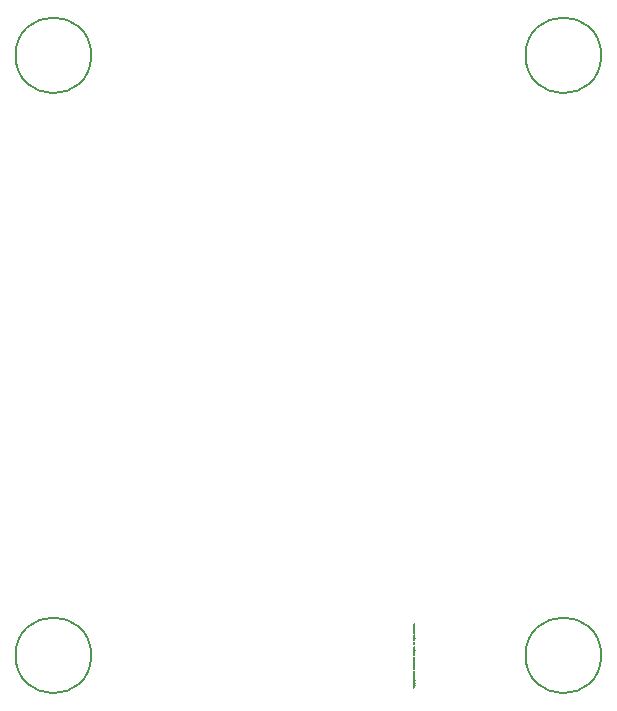
<source format=gbr>
%TF.GenerationSoftware,KiCad,Pcbnew,7.0.1-3b83917a11~172~ubuntu22.04.1*%
%TF.CreationDate,2023-04-12T15:56:53-05:00*%
%TF.ProjectId,load-resistors,6c6f6164-2d72-4657-9369-73746f72732e,rev?*%
%TF.SameCoordinates,Original*%
%TF.FileFunction,Other,Comment*%
%FSLAX46Y46*%
G04 Gerber Fmt 4.6, Leading zero omitted, Abs format (unit mm)*
G04 Created by KiCad (PCBNEW 7.0.1-3b83917a11~172~ubuntu22.04.1) date 2023-04-12 15:56:53*
%MOMM*%
%LPD*%
G01*
G04 APERTURE LIST*
%ADD10C,0.002000*%
%ADD11C,0.150000*%
G04 APERTURE END LIST*
D10*
%TO.C,R2*%
X200706657Y-119485833D02*
X200712705Y-119491881D01*
X200712705Y-119491881D02*
X200718752Y-119510023D01*
X200718752Y-119510023D02*
X200718752Y-119522119D01*
X200718752Y-119522119D02*
X200712705Y-119540262D01*
X200712705Y-119540262D02*
X200700609Y-119552357D01*
X200700609Y-119552357D02*
X200688514Y-119558404D01*
X200688514Y-119558404D02*
X200664324Y-119564452D01*
X200664324Y-119564452D02*
X200646181Y-119564452D01*
X200646181Y-119564452D02*
X200621990Y-119558404D01*
X200621990Y-119558404D02*
X200609895Y-119552357D01*
X200609895Y-119552357D02*
X200597800Y-119540262D01*
X200597800Y-119540262D02*
X200591752Y-119522119D01*
X200591752Y-119522119D02*
X200591752Y-119510023D01*
X200591752Y-119510023D02*
X200597800Y-119491881D01*
X200597800Y-119491881D02*
X200603847Y-119485833D01*
X200718752Y-119413262D02*
X200712705Y-119425357D01*
X200712705Y-119425357D02*
X200706657Y-119431404D01*
X200706657Y-119431404D02*
X200694562Y-119437452D01*
X200694562Y-119437452D02*
X200658276Y-119437452D01*
X200658276Y-119437452D02*
X200646181Y-119431404D01*
X200646181Y-119431404D02*
X200640133Y-119425357D01*
X200640133Y-119425357D02*
X200634085Y-119413262D01*
X200634085Y-119413262D02*
X200634085Y-119395119D01*
X200634085Y-119395119D02*
X200640133Y-119383023D01*
X200640133Y-119383023D02*
X200646181Y-119376976D01*
X200646181Y-119376976D02*
X200658276Y-119370928D01*
X200658276Y-119370928D02*
X200694562Y-119370928D01*
X200694562Y-119370928D02*
X200706657Y-119376976D01*
X200706657Y-119376976D02*
X200712705Y-119383023D01*
X200712705Y-119383023D02*
X200718752Y-119395119D01*
X200718752Y-119395119D02*
X200718752Y-119413262D01*
X200634085Y-119316499D02*
X200761085Y-119316499D01*
X200640133Y-119316499D02*
X200634085Y-119304404D01*
X200634085Y-119304404D02*
X200634085Y-119280214D01*
X200634085Y-119280214D02*
X200640133Y-119268118D01*
X200640133Y-119268118D02*
X200646181Y-119262071D01*
X200646181Y-119262071D02*
X200658276Y-119256023D01*
X200658276Y-119256023D02*
X200694562Y-119256023D01*
X200694562Y-119256023D02*
X200706657Y-119262071D01*
X200706657Y-119262071D02*
X200712705Y-119268118D01*
X200712705Y-119268118D02*
X200718752Y-119280214D01*
X200718752Y-119280214D02*
X200718752Y-119304404D01*
X200718752Y-119304404D02*
X200712705Y-119316499D01*
X200634085Y-119213690D02*
X200718752Y-119183452D01*
X200634085Y-119153213D02*
X200718752Y-119183452D01*
X200718752Y-119183452D02*
X200748990Y-119195547D01*
X200748990Y-119195547D02*
X200755038Y-119201594D01*
X200755038Y-119201594D02*
X200761085Y-119213690D01*
X200718752Y-119104832D02*
X200634085Y-119104832D01*
X200658276Y-119104832D02*
X200646181Y-119098785D01*
X200646181Y-119098785D02*
X200640133Y-119092737D01*
X200640133Y-119092737D02*
X200634085Y-119080642D01*
X200634085Y-119080642D02*
X200634085Y-119068547D01*
X200718752Y-119026213D02*
X200634085Y-119026213D01*
X200591752Y-119026213D02*
X200597800Y-119032261D01*
X200597800Y-119032261D02*
X200603847Y-119026213D01*
X200603847Y-119026213D02*
X200597800Y-119020166D01*
X200597800Y-119020166D02*
X200591752Y-119026213D01*
X200591752Y-119026213D02*
X200603847Y-119026213D01*
X200634085Y-118911309D02*
X200736895Y-118911309D01*
X200736895Y-118911309D02*
X200748990Y-118917356D01*
X200748990Y-118917356D02*
X200755038Y-118923404D01*
X200755038Y-118923404D02*
X200761085Y-118935499D01*
X200761085Y-118935499D02*
X200761085Y-118953642D01*
X200761085Y-118953642D02*
X200755038Y-118965737D01*
X200712705Y-118911309D02*
X200718752Y-118923404D01*
X200718752Y-118923404D02*
X200718752Y-118947595D01*
X200718752Y-118947595D02*
X200712705Y-118959690D01*
X200712705Y-118959690D02*
X200706657Y-118965737D01*
X200706657Y-118965737D02*
X200694562Y-118971785D01*
X200694562Y-118971785D02*
X200658276Y-118971785D01*
X200658276Y-118971785D02*
X200646181Y-118965737D01*
X200646181Y-118965737D02*
X200640133Y-118959690D01*
X200640133Y-118959690D02*
X200634085Y-118947595D01*
X200634085Y-118947595D02*
X200634085Y-118923404D01*
X200634085Y-118923404D02*
X200640133Y-118911309D01*
X200718752Y-118850832D02*
X200591752Y-118850832D01*
X200718752Y-118796404D02*
X200652228Y-118796404D01*
X200652228Y-118796404D02*
X200640133Y-118802451D01*
X200640133Y-118802451D02*
X200634085Y-118814547D01*
X200634085Y-118814547D02*
X200634085Y-118832690D01*
X200634085Y-118832690D02*
X200640133Y-118844785D01*
X200640133Y-118844785D02*
X200646181Y-118850832D01*
X200634085Y-118754070D02*
X200634085Y-118705689D01*
X200591752Y-118735927D02*
X200700609Y-118735927D01*
X200700609Y-118735927D02*
X200712705Y-118729880D01*
X200712705Y-118729880D02*
X200718752Y-118717785D01*
X200718752Y-118717785D02*
X200718752Y-118705689D01*
X200603847Y-118572642D02*
X200597800Y-118566594D01*
X200597800Y-118566594D02*
X200591752Y-118554499D01*
X200591752Y-118554499D02*
X200591752Y-118524261D01*
X200591752Y-118524261D02*
X200597800Y-118512166D01*
X200597800Y-118512166D02*
X200603847Y-118506118D01*
X200603847Y-118506118D02*
X200615943Y-118500071D01*
X200615943Y-118500071D02*
X200628038Y-118500071D01*
X200628038Y-118500071D02*
X200646181Y-118506118D01*
X200646181Y-118506118D02*
X200718752Y-118578690D01*
X200718752Y-118578690D02*
X200718752Y-118500071D01*
X200591752Y-118421452D02*
X200591752Y-118409357D01*
X200591752Y-118409357D02*
X200597800Y-118397261D01*
X200597800Y-118397261D02*
X200603847Y-118391214D01*
X200603847Y-118391214D02*
X200615943Y-118385166D01*
X200615943Y-118385166D02*
X200640133Y-118379119D01*
X200640133Y-118379119D02*
X200670371Y-118379119D01*
X200670371Y-118379119D02*
X200694562Y-118385166D01*
X200694562Y-118385166D02*
X200706657Y-118391214D01*
X200706657Y-118391214D02*
X200712705Y-118397261D01*
X200712705Y-118397261D02*
X200718752Y-118409357D01*
X200718752Y-118409357D02*
X200718752Y-118421452D01*
X200718752Y-118421452D02*
X200712705Y-118433547D01*
X200712705Y-118433547D02*
X200706657Y-118439595D01*
X200706657Y-118439595D02*
X200694562Y-118445642D01*
X200694562Y-118445642D02*
X200670371Y-118451690D01*
X200670371Y-118451690D02*
X200640133Y-118451690D01*
X200640133Y-118451690D02*
X200615943Y-118445642D01*
X200615943Y-118445642D02*
X200603847Y-118439595D01*
X200603847Y-118439595D02*
X200597800Y-118433547D01*
X200597800Y-118433547D02*
X200591752Y-118421452D01*
X200718752Y-118258167D02*
X200718752Y-118330738D01*
X200718752Y-118294452D02*
X200591752Y-118294452D01*
X200591752Y-118294452D02*
X200609895Y-118306548D01*
X200609895Y-118306548D02*
X200621990Y-118318643D01*
X200621990Y-118318643D02*
X200628038Y-118330738D01*
X200591752Y-118149310D02*
X200591752Y-118173500D01*
X200591752Y-118173500D02*
X200597800Y-118185596D01*
X200597800Y-118185596D02*
X200603847Y-118191643D01*
X200603847Y-118191643D02*
X200621990Y-118203738D01*
X200621990Y-118203738D02*
X200646181Y-118209786D01*
X200646181Y-118209786D02*
X200694562Y-118209786D01*
X200694562Y-118209786D02*
X200706657Y-118203738D01*
X200706657Y-118203738D02*
X200712705Y-118197691D01*
X200712705Y-118197691D02*
X200718752Y-118185596D01*
X200718752Y-118185596D02*
X200718752Y-118161405D01*
X200718752Y-118161405D02*
X200712705Y-118149310D01*
X200712705Y-118149310D02*
X200706657Y-118143262D01*
X200706657Y-118143262D02*
X200694562Y-118137215D01*
X200694562Y-118137215D02*
X200664324Y-118137215D01*
X200664324Y-118137215D02*
X200652228Y-118143262D01*
X200652228Y-118143262D02*
X200646181Y-118149310D01*
X200646181Y-118149310D02*
X200640133Y-118161405D01*
X200640133Y-118161405D02*
X200640133Y-118185596D01*
X200640133Y-118185596D02*
X200646181Y-118197691D01*
X200646181Y-118197691D02*
X200652228Y-118203738D01*
X200652228Y-118203738D02*
X200664324Y-118209786D01*
X200682466Y-117992072D02*
X200682466Y-117931596D01*
X200718752Y-118004167D02*
X200591752Y-117961834D01*
X200591752Y-117961834D02*
X200718752Y-117919501D01*
X200712705Y-117822739D02*
X200718752Y-117834834D01*
X200718752Y-117834834D02*
X200718752Y-117859025D01*
X200718752Y-117859025D02*
X200712705Y-117871120D01*
X200712705Y-117871120D02*
X200706657Y-117877167D01*
X200706657Y-117877167D02*
X200694562Y-117883215D01*
X200694562Y-117883215D02*
X200658276Y-117883215D01*
X200658276Y-117883215D02*
X200646181Y-117877167D01*
X200646181Y-117877167D02*
X200640133Y-117871120D01*
X200640133Y-117871120D02*
X200634085Y-117859025D01*
X200634085Y-117859025D02*
X200634085Y-117834834D01*
X200634085Y-117834834D02*
X200640133Y-117822739D01*
X200712705Y-117713882D02*
X200718752Y-117725977D01*
X200718752Y-117725977D02*
X200718752Y-117750168D01*
X200718752Y-117750168D02*
X200712705Y-117762263D01*
X200712705Y-117762263D02*
X200706657Y-117768310D01*
X200706657Y-117768310D02*
X200694562Y-117774358D01*
X200694562Y-117774358D02*
X200658276Y-117774358D01*
X200658276Y-117774358D02*
X200646181Y-117768310D01*
X200646181Y-117768310D02*
X200640133Y-117762263D01*
X200640133Y-117762263D02*
X200634085Y-117750168D01*
X200634085Y-117750168D02*
X200634085Y-117725977D01*
X200634085Y-117725977D02*
X200640133Y-117713882D01*
X200712705Y-117611072D02*
X200718752Y-117623168D01*
X200718752Y-117623168D02*
X200718752Y-117647358D01*
X200718752Y-117647358D02*
X200712705Y-117659453D01*
X200712705Y-117659453D02*
X200700609Y-117665501D01*
X200700609Y-117665501D02*
X200652228Y-117665501D01*
X200652228Y-117665501D02*
X200640133Y-117659453D01*
X200640133Y-117659453D02*
X200634085Y-117647358D01*
X200634085Y-117647358D02*
X200634085Y-117623168D01*
X200634085Y-117623168D02*
X200640133Y-117611072D01*
X200640133Y-117611072D02*
X200652228Y-117605025D01*
X200652228Y-117605025D02*
X200664324Y-117605025D01*
X200664324Y-117605025D02*
X200676419Y-117665501D01*
X200718752Y-117532454D02*
X200712705Y-117544549D01*
X200712705Y-117544549D02*
X200700609Y-117550596D01*
X200700609Y-117550596D02*
X200591752Y-117550596D01*
X200712705Y-117435691D02*
X200718752Y-117447787D01*
X200718752Y-117447787D02*
X200718752Y-117471977D01*
X200718752Y-117471977D02*
X200712705Y-117484072D01*
X200712705Y-117484072D02*
X200700609Y-117490120D01*
X200700609Y-117490120D02*
X200652228Y-117490120D01*
X200652228Y-117490120D02*
X200640133Y-117484072D01*
X200640133Y-117484072D02*
X200634085Y-117471977D01*
X200634085Y-117471977D02*
X200634085Y-117447787D01*
X200634085Y-117447787D02*
X200640133Y-117435691D01*
X200640133Y-117435691D02*
X200652228Y-117429644D01*
X200652228Y-117429644D02*
X200664324Y-117429644D01*
X200664324Y-117429644D02*
X200676419Y-117490120D01*
X200718752Y-117375215D02*
X200634085Y-117375215D01*
X200658276Y-117375215D02*
X200646181Y-117369168D01*
X200646181Y-117369168D02*
X200640133Y-117363120D01*
X200640133Y-117363120D02*
X200634085Y-117351025D01*
X200634085Y-117351025D02*
X200634085Y-117338930D01*
X200718752Y-117242168D02*
X200652228Y-117242168D01*
X200652228Y-117242168D02*
X200640133Y-117248215D01*
X200640133Y-117248215D02*
X200634085Y-117260311D01*
X200634085Y-117260311D02*
X200634085Y-117284501D01*
X200634085Y-117284501D02*
X200640133Y-117296596D01*
X200712705Y-117242168D02*
X200718752Y-117254263D01*
X200718752Y-117254263D02*
X200718752Y-117284501D01*
X200718752Y-117284501D02*
X200712705Y-117296596D01*
X200712705Y-117296596D02*
X200700609Y-117302644D01*
X200700609Y-117302644D02*
X200688514Y-117302644D01*
X200688514Y-117302644D02*
X200676419Y-117296596D01*
X200676419Y-117296596D02*
X200670371Y-117284501D01*
X200670371Y-117284501D02*
X200670371Y-117254263D01*
X200670371Y-117254263D02*
X200664324Y-117242168D01*
X200634085Y-117199834D02*
X200634085Y-117151453D01*
X200591752Y-117181691D02*
X200700609Y-117181691D01*
X200700609Y-117181691D02*
X200712705Y-117175644D01*
X200712705Y-117175644D02*
X200718752Y-117163549D01*
X200718752Y-117163549D02*
X200718752Y-117151453D01*
X200712705Y-117060739D02*
X200718752Y-117072835D01*
X200718752Y-117072835D02*
X200718752Y-117097025D01*
X200718752Y-117097025D02*
X200712705Y-117109120D01*
X200712705Y-117109120D02*
X200700609Y-117115168D01*
X200700609Y-117115168D02*
X200652228Y-117115168D01*
X200652228Y-117115168D02*
X200640133Y-117109120D01*
X200640133Y-117109120D02*
X200634085Y-117097025D01*
X200634085Y-117097025D02*
X200634085Y-117072835D01*
X200634085Y-117072835D02*
X200640133Y-117060739D01*
X200640133Y-117060739D02*
X200652228Y-117054692D01*
X200652228Y-117054692D02*
X200664324Y-117054692D01*
X200664324Y-117054692D02*
X200676419Y-117115168D01*
X200718752Y-116945835D02*
X200591752Y-116945835D01*
X200712705Y-116945835D02*
X200718752Y-116957930D01*
X200718752Y-116957930D02*
X200718752Y-116982121D01*
X200718752Y-116982121D02*
X200712705Y-116994216D01*
X200712705Y-116994216D02*
X200706657Y-117000263D01*
X200706657Y-117000263D02*
X200694562Y-117006311D01*
X200694562Y-117006311D02*
X200658276Y-117006311D01*
X200658276Y-117006311D02*
X200646181Y-117000263D01*
X200646181Y-117000263D02*
X200640133Y-116994216D01*
X200640133Y-116994216D02*
X200634085Y-116982121D01*
X200634085Y-116982121D02*
X200634085Y-116957930D01*
X200634085Y-116957930D02*
X200640133Y-116945835D01*
X200718752Y-116788596D02*
X200591752Y-116788596D01*
X200591752Y-116788596D02*
X200591752Y-116758358D01*
X200591752Y-116758358D02*
X200597800Y-116740215D01*
X200597800Y-116740215D02*
X200609895Y-116728120D01*
X200609895Y-116728120D02*
X200621990Y-116722073D01*
X200621990Y-116722073D02*
X200646181Y-116716025D01*
X200646181Y-116716025D02*
X200664324Y-116716025D01*
X200664324Y-116716025D02*
X200688514Y-116722073D01*
X200688514Y-116722073D02*
X200700609Y-116728120D01*
X200700609Y-116728120D02*
X200712705Y-116740215D01*
X200712705Y-116740215D02*
X200718752Y-116758358D01*
X200718752Y-116758358D02*
X200718752Y-116788596D01*
X200712705Y-116613215D02*
X200718752Y-116625311D01*
X200718752Y-116625311D02*
X200718752Y-116649501D01*
X200718752Y-116649501D02*
X200712705Y-116661596D01*
X200712705Y-116661596D02*
X200700609Y-116667644D01*
X200700609Y-116667644D02*
X200652228Y-116667644D01*
X200652228Y-116667644D02*
X200640133Y-116661596D01*
X200640133Y-116661596D02*
X200634085Y-116649501D01*
X200634085Y-116649501D02*
X200634085Y-116625311D01*
X200634085Y-116625311D02*
X200640133Y-116613215D01*
X200640133Y-116613215D02*
X200652228Y-116607168D01*
X200652228Y-116607168D02*
X200664324Y-116607168D01*
X200664324Y-116607168D02*
X200676419Y-116667644D01*
X200712705Y-116558787D02*
X200718752Y-116546692D01*
X200718752Y-116546692D02*
X200718752Y-116522501D01*
X200718752Y-116522501D02*
X200712705Y-116510406D01*
X200712705Y-116510406D02*
X200700609Y-116504358D01*
X200700609Y-116504358D02*
X200694562Y-116504358D01*
X200694562Y-116504358D02*
X200682466Y-116510406D01*
X200682466Y-116510406D02*
X200676419Y-116522501D01*
X200676419Y-116522501D02*
X200676419Y-116540644D01*
X200676419Y-116540644D02*
X200670371Y-116552739D01*
X200670371Y-116552739D02*
X200658276Y-116558787D01*
X200658276Y-116558787D02*
X200652228Y-116558787D01*
X200652228Y-116558787D02*
X200640133Y-116552739D01*
X200640133Y-116552739D02*
X200634085Y-116540644D01*
X200634085Y-116540644D02*
X200634085Y-116522501D01*
X200634085Y-116522501D02*
X200640133Y-116510406D01*
X200718752Y-116449929D02*
X200634085Y-116449929D01*
X200591752Y-116449929D02*
X200597800Y-116455977D01*
X200597800Y-116455977D02*
X200603847Y-116449929D01*
X200603847Y-116449929D02*
X200597800Y-116443882D01*
X200597800Y-116443882D02*
X200591752Y-116449929D01*
X200591752Y-116449929D02*
X200603847Y-116449929D01*
X200634085Y-116335025D02*
X200736895Y-116335025D01*
X200736895Y-116335025D02*
X200748990Y-116341072D01*
X200748990Y-116341072D02*
X200755038Y-116347120D01*
X200755038Y-116347120D02*
X200761085Y-116359215D01*
X200761085Y-116359215D02*
X200761085Y-116377358D01*
X200761085Y-116377358D02*
X200755038Y-116389453D01*
X200712705Y-116335025D02*
X200718752Y-116347120D01*
X200718752Y-116347120D02*
X200718752Y-116371311D01*
X200718752Y-116371311D02*
X200712705Y-116383406D01*
X200712705Y-116383406D02*
X200706657Y-116389453D01*
X200706657Y-116389453D02*
X200694562Y-116395501D01*
X200694562Y-116395501D02*
X200658276Y-116395501D01*
X200658276Y-116395501D02*
X200646181Y-116389453D01*
X200646181Y-116389453D02*
X200640133Y-116383406D01*
X200640133Y-116383406D02*
X200634085Y-116371311D01*
X200634085Y-116371311D02*
X200634085Y-116347120D01*
X200634085Y-116347120D02*
X200640133Y-116335025D01*
X200634085Y-116274548D02*
X200718752Y-116274548D01*
X200646181Y-116274548D02*
X200640133Y-116268501D01*
X200640133Y-116268501D02*
X200634085Y-116256406D01*
X200634085Y-116256406D02*
X200634085Y-116238263D01*
X200634085Y-116238263D02*
X200640133Y-116226167D01*
X200640133Y-116226167D02*
X200652228Y-116220120D01*
X200652228Y-116220120D02*
X200718752Y-116220120D01*
X200712705Y-116165691D02*
X200718752Y-116153596D01*
X200718752Y-116153596D02*
X200718752Y-116129405D01*
X200718752Y-116129405D02*
X200712705Y-116117310D01*
X200712705Y-116117310D02*
X200700609Y-116111262D01*
X200700609Y-116111262D02*
X200694562Y-116111262D01*
X200694562Y-116111262D02*
X200682466Y-116117310D01*
X200682466Y-116117310D02*
X200676419Y-116129405D01*
X200676419Y-116129405D02*
X200676419Y-116147548D01*
X200676419Y-116147548D02*
X200670371Y-116159643D01*
X200670371Y-116159643D02*
X200658276Y-116165691D01*
X200658276Y-116165691D02*
X200652228Y-116165691D01*
X200652228Y-116165691D02*
X200640133Y-116159643D01*
X200640133Y-116159643D02*
X200634085Y-116147548D01*
X200634085Y-116147548D02*
X200634085Y-116129405D01*
X200634085Y-116129405D02*
X200640133Y-116117310D01*
X200706657Y-116056833D02*
X200712705Y-116050786D01*
X200712705Y-116050786D02*
X200718752Y-116056833D01*
X200718752Y-116056833D02*
X200712705Y-116062881D01*
X200712705Y-116062881D02*
X200706657Y-116056833D01*
X200706657Y-116056833D02*
X200718752Y-116056833D01*
X200682466Y-115905643D02*
X200682466Y-115845167D01*
X200718752Y-115917738D02*
X200591752Y-115875405D01*
X200591752Y-115875405D02*
X200718752Y-115833072D01*
X200718752Y-115772596D02*
X200712705Y-115784691D01*
X200712705Y-115784691D02*
X200700609Y-115790738D01*
X200700609Y-115790738D02*
X200591752Y-115790738D01*
X200718752Y-115706072D02*
X200712705Y-115718167D01*
X200712705Y-115718167D02*
X200700609Y-115724214D01*
X200700609Y-115724214D02*
X200591752Y-115724214D01*
X200718752Y-115560928D02*
X200634085Y-115560928D01*
X200658276Y-115560928D02*
X200646181Y-115554881D01*
X200646181Y-115554881D02*
X200640133Y-115548833D01*
X200640133Y-115548833D02*
X200634085Y-115536738D01*
X200634085Y-115536738D02*
X200634085Y-115524643D01*
X200718752Y-115482309D02*
X200634085Y-115482309D01*
X200591752Y-115482309D02*
X200597800Y-115488357D01*
X200597800Y-115488357D02*
X200603847Y-115482309D01*
X200603847Y-115482309D02*
X200597800Y-115476262D01*
X200597800Y-115476262D02*
X200591752Y-115482309D01*
X200591752Y-115482309D02*
X200603847Y-115482309D01*
X200634085Y-115367405D02*
X200736895Y-115367405D01*
X200736895Y-115367405D02*
X200748990Y-115373452D01*
X200748990Y-115373452D02*
X200755038Y-115379500D01*
X200755038Y-115379500D02*
X200761085Y-115391595D01*
X200761085Y-115391595D02*
X200761085Y-115409738D01*
X200761085Y-115409738D02*
X200755038Y-115421833D01*
X200712705Y-115367405D02*
X200718752Y-115379500D01*
X200718752Y-115379500D02*
X200718752Y-115403691D01*
X200718752Y-115403691D02*
X200712705Y-115415786D01*
X200712705Y-115415786D02*
X200706657Y-115421833D01*
X200706657Y-115421833D02*
X200694562Y-115427881D01*
X200694562Y-115427881D02*
X200658276Y-115427881D01*
X200658276Y-115427881D02*
X200646181Y-115421833D01*
X200646181Y-115421833D02*
X200640133Y-115415786D01*
X200640133Y-115415786D02*
X200634085Y-115403691D01*
X200634085Y-115403691D02*
X200634085Y-115379500D01*
X200634085Y-115379500D02*
X200640133Y-115367405D01*
X200718752Y-115306928D02*
X200591752Y-115306928D01*
X200718752Y-115252500D02*
X200652228Y-115252500D01*
X200652228Y-115252500D02*
X200640133Y-115258547D01*
X200640133Y-115258547D02*
X200634085Y-115270643D01*
X200634085Y-115270643D02*
X200634085Y-115288786D01*
X200634085Y-115288786D02*
X200640133Y-115300881D01*
X200640133Y-115300881D02*
X200646181Y-115306928D01*
X200634085Y-115210166D02*
X200634085Y-115161785D01*
X200591752Y-115192023D02*
X200700609Y-115192023D01*
X200700609Y-115192023D02*
X200712705Y-115185976D01*
X200712705Y-115185976D02*
X200718752Y-115173881D01*
X200718752Y-115173881D02*
X200718752Y-115161785D01*
X200712705Y-115125500D02*
X200718752Y-115113405D01*
X200718752Y-115113405D02*
X200718752Y-115089214D01*
X200718752Y-115089214D02*
X200712705Y-115077119D01*
X200712705Y-115077119D02*
X200700609Y-115071071D01*
X200700609Y-115071071D02*
X200694562Y-115071071D01*
X200694562Y-115071071D02*
X200682466Y-115077119D01*
X200682466Y-115077119D02*
X200676419Y-115089214D01*
X200676419Y-115089214D02*
X200676419Y-115107357D01*
X200676419Y-115107357D02*
X200670371Y-115119452D01*
X200670371Y-115119452D02*
X200658276Y-115125500D01*
X200658276Y-115125500D02*
X200652228Y-115125500D01*
X200652228Y-115125500D02*
X200640133Y-115119452D01*
X200640133Y-115119452D02*
X200634085Y-115107357D01*
X200634085Y-115107357D02*
X200634085Y-115089214D01*
X200634085Y-115089214D02*
X200640133Y-115077119D01*
X200718752Y-114919880D02*
X200634085Y-114919880D01*
X200658276Y-114919880D02*
X200646181Y-114913833D01*
X200646181Y-114913833D02*
X200640133Y-114907785D01*
X200640133Y-114907785D02*
X200634085Y-114895690D01*
X200634085Y-114895690D02*
X200634085Y-114883595D01*
X200712705Y-114792880D02*
X200718752Y-114804976D01*
X200718752Y-114804976D02*
X200718752Y-114829166D01*
X200718752Y-114829166D02*
X200712705Y-114841261D01*
X200712705Y-114841261D02*
X200700609Y-114847309D01*
X200700609Y-114847309D02*
X200652228Y-114847309D01*
X200652228Y-114847309D02*
X200640133Y-114841261D01*
X200640133Y-114841261D02*
X200634085Y-114829166D01*
X200634085Y-114829166D02*
X200634085Y-114804976D01*
X200634085Y-114804976D02*
X200640133Y-114792880D01*
X200640133Y-114792880D02*
X200652228Y-114786833D01*
X200652228Y-114786833D02*
X200664324Y-114786833D01*
X200664324Y-114786833D02*
X200676419Y-114847309D01*
X200712705Y-114738452D02*
X200718752Y-114726357D01*
X200718752Y-114726357D02*
X200718752Y-114702166D01*
X200718752Y-114702166D02*
X200712705Y-114690071D01*
X200712705Y-114690071D02*
X200700609Y-114684023D01*
X200700609Y-114684023D02*
X200694562Y-114684023D01*
X200694562Y-114684023D02*
X200682466Y-114690071D01*
X200682466Y-114690071D02*
X200676419Y-114702166D01*
X200676419Y-114702166D02*
X200676419Y-114720309D01*
X200676419Y-114720309D02*
X200670371Y-114732404D01*
X200670371Y-114732404D02*
X200658276Y-114738452D01*
X200658276Y-114738452D02*
X200652228Y-114738452D01*
X200652228Y-114738452D02*
X200640133Y-114732404D01*
X200640133Y-114732404D02*
X200634085Y-114720309D01*
X200634085Y-114720309D02*
X200634085Y-114702166D01*
X200634085Y-114702166D02*
X200640133Y-114690071D01*
X200712705Y-114581213D02*
X200718752Y-114593309D01*
X200718752Y-114593309D02*
X200718752Y-114617499D01*
X200718752Y-114617499D02*
X200712705Y-114629594D01*
X200712705Y-114629594D02*
X200700609Y-114635642D01*
X200700609Y-114635642D02*
X200652228Y-114635642D01*
X200652228Y-114635642D02*
X200640133Y-114629594D01*
X200640133Y-114629594D02*
X200634085Y-114617499D01*
X200634085Y-114617499D02*
X200634085Y-114593309D01*
X200634085Y-114593309D02*
X200640133Y-114581213D01*
X200640133Y-114581213D02*
X200652228Y-114575166D01*
X200652228Y-114575166D02*
X200664324Y-114575166D01*
X200664324Y-114575166D02*
X200676419Y-114635642D01*
X200718752Y-114520737D02*
X200634085Y-114520737D01*
X200658276Y-114520737D02*
X200646181Y-114514690D01*
X200646181Y-114514690D02*
X200640133Y-114508642D01*
X200640133Y-114508642D02*
X200634085Y-114496547D01*
X200634085Y-114496547D02*
X200634085Y-114484452D01*
X200634085Y-114454214D02*
X200718752Y-114423976D01*
X200718752Y-114423976D02*
X200634085Y-114393737D01*
X200712705Y-114296975D02*
X200718752Y-114309071D01*
X200718752Y-114309071D02*
X200718752Y-114333261D01*
X200718752Y-114333261D02*
X200712705Y-114345356D01*
X200712705Y-114345356D02*
X200700609Y-114351404D01*
X200700609Y-114351404D02*
X200652228Y-114351404D01*
X200652228Y-114351404D02*
X200640133Y-114345356D01*
X200640133Y-114345356D02*
X200634085Y-114333261D01*
X200634085Y-114333261D02*
X200634085Y-114309071D01*
X200634085Y-114309071D02*
X200640133Y-114296975D01*
X200640133Y-114296975D02*
X200652228Y-114290928D01*
X200652228Y-114290928D02*
X200664324Y-114290928D01*
X200664324Y-114290928D02*
X200676419Y-114351404D01*
X200718752Y-114182071D02*
X200591752Y-114182071D01*
X200712705Y-114182071D02*
X200718752Y-114194166D01*
X200718752Y-114194166D02*
X200718752Y-114218357D01*
X200718752Y-114218357D02*
X200712705Y-114230452D01*
X200712705Y-114230452D02*
X200706657Y-114236499D01*
X200706657Y-114236499D02*
X200694562Y-114242547D01*
X200694562Y-114242547D02*
X200658276Y-114242547D01*
X200658276Y-114242547D02*
X200646181Y-114236499D01*
X200646181Y-114236499D02*
X200640133Y-114230452D01*
X200640133Y-114230452D02*
X200634085Y-114218357D01*
X200634085Y-114218357D02*
X200634085Y-114194166D01*
X200634085Y-114194166D02*
X200640133Y-114182071D01*
X200706657Y-114121594D02*
X200712705Y-114115547D01*
X200712705Y-114115547D02*
X200718752Y-114121594D01*
X200718752Y-114121594D02*
X200712705Y-114127642D01*
X200712705Y-114127642D02*
X200706657Y-114121594D01*
X200706657Y-114121594D02*
X200718752Y-114121594D01*
D11*
%TO.C,H4*%
X216560000Y-116840000D02*
G75*
G03*
X216560000Y-116840000I-3200000J0D01*
G01*
%TO.C,H3*%
X173380000Y-116840000D02*
G75*
G03*
X173380000Y-116840000I-3200000J0D01*
G01*
%TO.C,H2*%
X173380000Y-66040000D02*
G75*
G03*
X173380000Y-66040000I-3200000J0D01*
G01*
%TO.C,H1*%
X216560000Y-66040000D02*
G75*
G03*
X216560000Y-66040000I-3200000J0D01*
G01*
%TD*%
M02*

</source>
